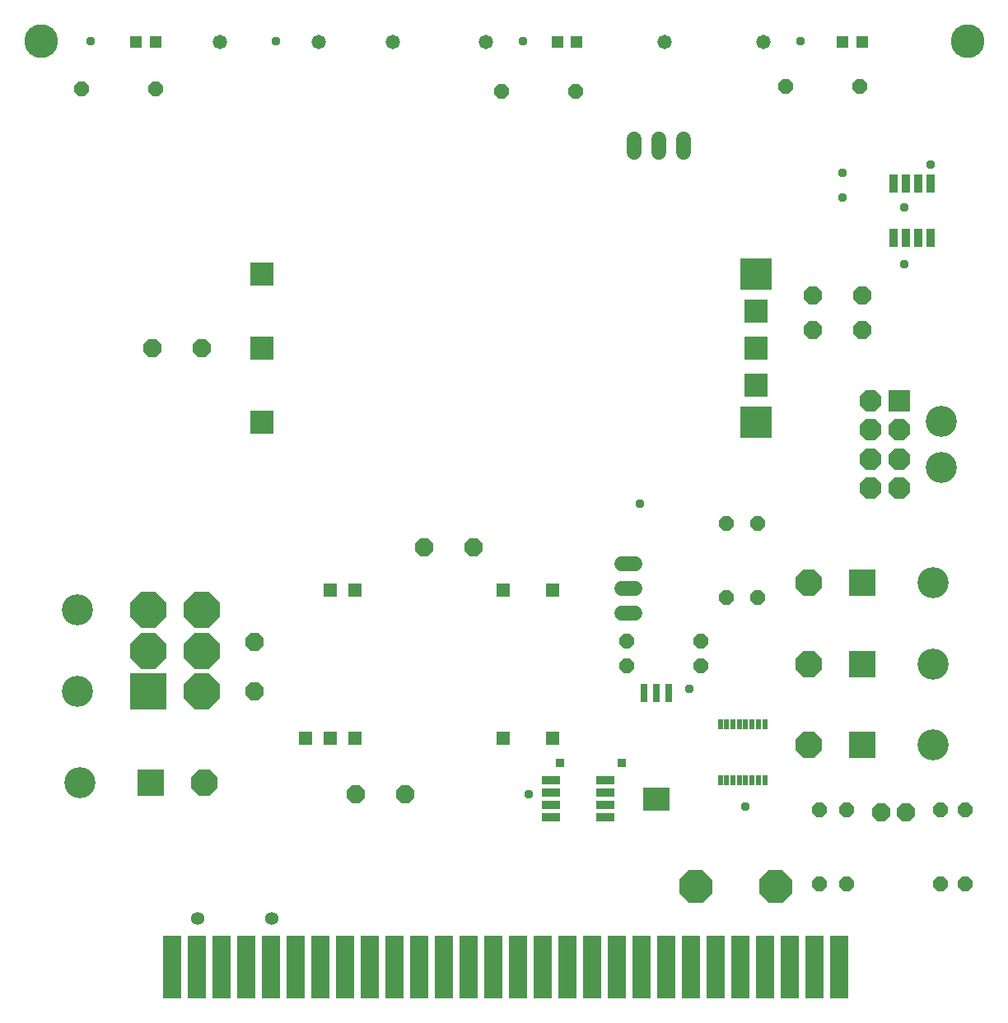
<source format=gts>
G75*
%MOIN*%
%OFA0B0*%
%FSLAX25Y25*%
%IPPOS*%
%LPD*%
%AMOC8*
5,1,8,0,0,1.08239X$1,22.5*
%
%ADD10C,0.13650*%
%ADD11R,0.07300X0.25800*%
%ADD12OC8,0.14580*%
%ADD13R,0.14580X0.14580*%
%ADD14C,0.12611*%
%ADD15R,0.09800X0.09800*%
%ADD16R,0.12800X0.12800*%
%ADD17R,0.05131X0.05131*%
%ADD18OC8,0.06000*%
%ADD19C,0.05800*%
%ADD20R,0.05800X0.05800*%
%ADD21R,0.03359X0.07690*%
%ADD22R,0.07690X0.03359*%
%ADD23R,0.02808X0.07808*%
%ADD24R,0.10800X0.09816*%
%ADD25R,0.02178X0.04343*%
%ADD26OC8,0.10800*%
%ADD27R,0.10800X0.10800*%
%ADD28OC8,0.08800*%
%ADD29R,0.08800X0.08800*%
%ADD30C,0.06000*%
%ADD31OC8,0.07100*%
%ADD32OC8,0.13200*%
%ADD33C,0.03778*%
%ADD34C,0.05353*%
%ADD35R,0.03778X0.03778*%
D10*
X0014500Y0392500D03*
X0389500Y0392500D03*
D11*
X0067750Y0017500D03*
X0077750Y0017500D03*
X0087750Y0017500D03*
X0097750Y0017500D03*
X0107750Y0017500D03*
X0117750Y0017500D03*
X0127750Y0017500D03*
X0137750Y0017500D03*
X0147750Y0017500D03*
X0157750Y0017500D03*
X0167750Y0017500D03*
X0177750Y0017500D03*
X0187750Y0017500D03*
X0197750Y0017500D03*
X0207750Y0017500D03*
X0217750Y0017500D03*
X0227750Y0017500D03*
X0237750Y0017500D03*
X0247750Y0017500D03*
X0257750Y0017500D03*
X0267750Y0017500D03*
X0277750Y0017500D03*
X0287750Y0017500D03*
X0297750Y0017500D03*
X0307750Y0017500D03*
X0317750Y0017500D03*
X0327750Y0017500D03*
X0337750Y0017500D03*
D12*
X0079700Y0129002D03*
X0079700Y0145502D03*
X0079700Y0162002D03*
X0058000Y0162002D03*
X0058000Y0145502D03*
D13*
X0058000Y0129002D03*
D14*
X0029260Y0129002D03*
X0029260Y0162002D03*
X0030260Y0092000D03*
X0375740Y0107500D03*
X0375740Y0140000D03*
X0375740Y0173000D03*
X0379008Y0219748D03*
X0379008Y0238252D03*
D15*
X0304000Y0253000D03*
X0304000Y0268000D03*
X0304000Y0283000D03*
X0104000Y0268000D03*
X0104000Y0238000D03*
X0104000Y0298000D03*
D16*
X0304000Y0298000D03*
X0304000Y0238000D03*
D17*
X0339063Y0392000D03*
X0346937Y0392000D03*
X0231437Y0392000D03*
X0223563Y0392000D03*
X0060937Y0392000D03*
X0053063Y0392000D03*
D18*
X0061000Y0373000D03*
X0031000Y0373000D03*
X0201000Y0372000D03*
X0231000Y0372000D03*
X0316000Y0374000D03*
X0346000Y0374000D03*
X0304500Y0197000D03*
X0292000Y0197000D03*
X0292000Y0167000D03*
X0304500Y0167000D03*
X0281500Y0149500D03*
X0281500Y0139500D03*
X0251500Y0139500D03*
X0251500Y0149500D03*
X0329500Y0081000D03*
X0340500Y0081000D03*
X0340500Y0051000D03*
X0329500Y0051000D03*
X0378500Y0051000D03*
X0388500Y0051000D03*
X0388500Y0081000D03*
X0378500Y0081000D03*
D19*
X0307000Y0392000D03*
X0267000Y0392000D03*
X0194500Y0392000D03*
X0157000Y0392000D03*
X0127000Y0392000D03*
X0087000Y0392000D03*
D20*
X0131500Y0170000D03*
X0141500Y0170000D03*
X0141500Y0110000D03*
X0131500Y0110000D03*
X0121500Y0110000D03*
X0201500Y0110000D03*
X0221500Y0110000D03*
X0221500Y0170000D03*
X0201500Y0170000D03*
D21*
X0359700Y0312600D03*
X0364700Y0312600D03*
X0369700Y0312600D03*
X0374700Y0312600D03*
X0374700Y0334647D03*
X0369700Y0334647D03*
X0364700Y0334647D03*
X0359700Y0334647D03*
D22*
X0243000Y0093000D03*
X0243000Y0088000D03*
X0243000Y0083000D03*
X0243000Y0078000D03*
X0220953Y0078000D03*
X0220953Y0083000D03*
X0220953Y0088000D03*
X0220953Y0093000D03*
D23*
X0258500Y0128500D03*
X0263500Y0128500D03*
X0268500Y0128500D03*
D24*
X0263500Y0085488D03*
D25*
X0289543Y0093181D03*
X0292102Y0093181D03*
X0294661Y0093181D03*
X0297220Y0093181D03*
X0299780Y0093181D03*
X0302339Y0093181D03*
X0304898Y0093181D03*
X0307457Y0093181D03*
X0307457Y0115819D03*
X0304898Y0115819D03*
X0302339Y0115819D03*
X0299780Y0115819D03*
X0297220Y0115819D03*
X0294661Y0115819D03*
X0292102Y0115819D03*
X0289543Y0115819D03*
D26*
X0325300Y0107500D03*
X0325300Y0140000D03*
X0325300Y0173000D03*
X0080700Y0092000D03*
D27*
X0059000Y0092000D03*
X0347000Y0107500D03*
X0347000Y0140000D03*
X0347000Y0173000D03*
D28*
X0350189Y0211283D03*
X0362000Y0211283D03*
X0362000Y0223094D03*
X0350189Y0223094D03*
X0350189Y0234906D03*
X0350189Y0246717D03*
X0362000Y0234906D03*
D29*
X0362000Y0246717D03*
D30*
X0274500Y0347400D02*
X0274500Y0352600D01*
X0264500Y0352600D02*
X0264500Y0347400D01*
X0254500Y0347400D02*
X0254500Y0352600D01*
X0254800Y0180600D02*
X0249600Y0180600D01*
X0249600Y0170600D02*
X0254800Y0170600D01*
X0254800Y0160600D02*
X0249600Y0160600D01*
D31*
X0189500Y0187500D03*
X0169500Y0187500D03*
X0101000Y0149000D03*
X0101000Y0129000D03*
X0142000Y0087500D03*
X0162000Y0087500D03*
X0079500Y0268000D03*
X0059500Y0268000D03*
X0327000Y0275500D03*
X0327000Y0289500D03*
X0347000Y0289500D03*
X0347000Y0275500D03*
X0354500Y0080000D03*
X0364500Y0080000D03*
D32*
X0312000Y0050000D03*
X0279500Y0050000D03*
D33*
X0299500Y0082500D03*
X0277000Y0130000D03*
X0212000Y0087500D03*
X0257000Y0205000D03*
X0364000Y0302000D03*
X0364000Y0325000D03*
X0374500Y0342500D03*
X0339000Y0339000D03*
X0339000Y0329000D03*
X0322000Y0392500D03*
X0209500Y0392500D03*
X0109500Y0392500D03*
X0034500Y0392500D03*
D34*
X0078000Y0037000D03*
X0108000Y0037000D03*
D35*
X0224500Y0100000D03*
X0249500Y0100000D03*
M02*

</source>
